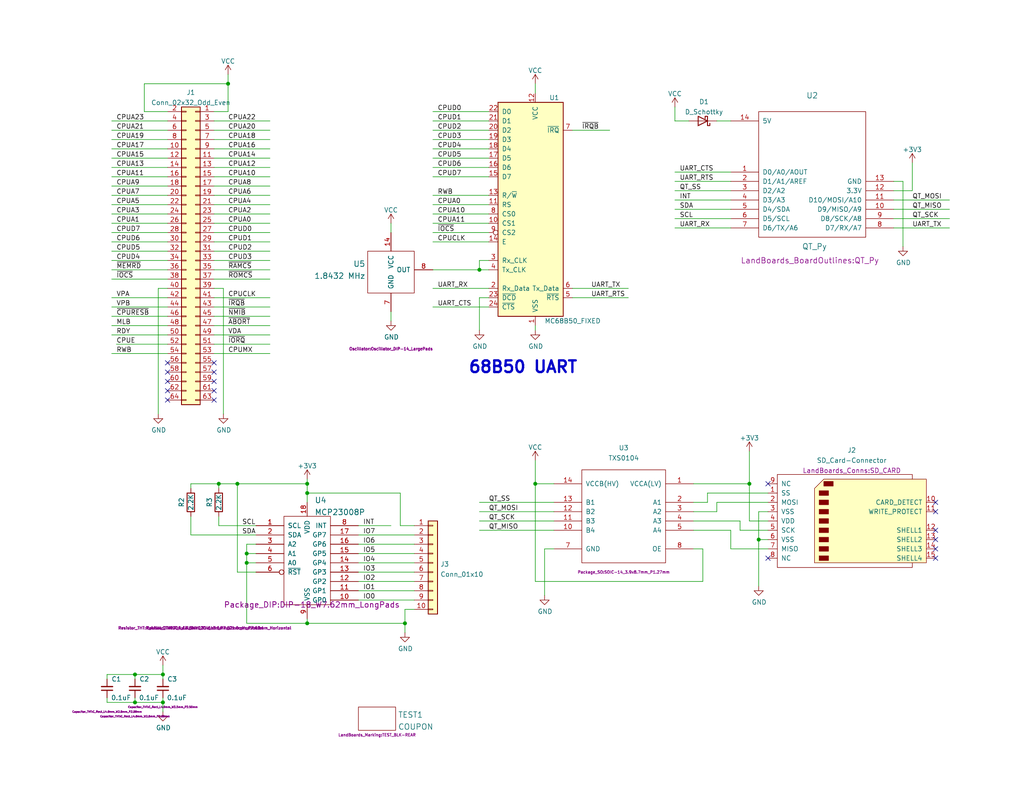
<source format=kicad_sch>
(kicad_sch (version 20230121) (generator eeschema)
  (paper "A")
  (title_block (title "LB-68B50-01") (date "2022-09-09") (rev "1") (company "Land Boards LLC"))
  (lib_symbols
    (symbol "Connector_Generic:Conn_01x10" (pin_names (offset 1.016) hide)
      (property "Reference" "J" (at 0 12.7 0))
      (property "Value" "Conn_01x10" (at 0 -15.24 0))
      (symbol "Conn_01x10_1_1"
        (rectangle (start -1.27 -12.573) (end 0 -12.827) (stroke (width 0.1524)))
        (rectangle (start -1.27 -10.033) (end 0 -10.287) (stroke (width 0.1524)))
        (rectangle (start -1.27 -7.493) (end 0 -7.747) (stroke (width 0.1524)))
        (rectangle (start -1.27 -4.953) (end 0 -5.207) (stroke (width 0.1524)))
        (rectangle (start -1.27 -2.413) (end 0 -2.667) (stroke (width 0.1524)))
        (rectangle (start -1.27 0.127) (end 0 -0.127) (stroke (width 0.1524)))
        (rectangle (start -1.27 2.667) (end 0 2.413) (stroke (width 0.1524)))
        (rectangle (start -1.27 5.207) (end 0 4.953) (stroke (width 0.1524)))
        (rectangle (start -1.27 7.747) (end 0 7.493) (stroke (width 0.1524)))
        (rectangle (start -1.27 10.287) (end 0 10.033) (stroke (width 0.1524)))
        (rectangle (start -1.27 11.43) (end 1.27 -13.97) (stroke (width 0.254)) (fill (type background)))
        (pin passive line (at -5.08 10.16 0) (length 3.81) (name "Pin_1") (number "1"))
        (pin passive line (at -5.08 -12.7 0) (length 3.81) (name "Pin_10") (number "10"))
        (pin passive line (at -5.08 7.62 0) (length 3.81) (name "Pin_2") (number "2"))
        (pin passive line (at -5.08 5.08 0) (length 3.81) (name "Pin_3") (number "3"))
        (pin passive line (at -5.08 2.54 0) (length 3.81) (name "Pin_4") (number "4"))
        (pin passive line (at -5.08 0 0) (length 3.81) (name "Pin_5") (number "5"))
        (pin passive line (at -5.08 -2.54 0) (length 3.81) (name "Pin_6") (number "6"))
        (pin passive line (at -5.08 -5.08 0) (length 3.81) (name "Pin_7") (number "7"))
        (pin passive line (at -5.08 -7.62 0) (length 3.81) (name "Pin_8") (number "8"))
        (pin passive line (at -5.08 -10.16 0) (length 3.81) (name "Pin_9") (number "9"))
      )
    )
    (symbol "Connector_Generic:Conn_02x32_Odd_Even" (pin_names (offset 1.016) hide)
      (property "Reference" "J" (at 1.27 40.64 0))
      (property "Value" "Conn_02x32_Odd_Even" (at 1.27 -43.18 0))
      (symbol "Conn_02x32_Odd_Even_1_1"
        (rectangle (start -1.27 -40.513) (end 0 -40.767) (stroke (width 0.1524)))
        (rectangle (start -1.27 -37.973) (end 0 -38.227) (stroke (width 0.1524)))
        (rectangle (start -1.27 -35.433) (end 0 -35.687) (stroke (width 0.1524)))
        (rectangle (start -1.27 -32.893) (end 0 -33.147) (stroke (width 0.1524)))
        (rectangle (start -1.27 -30.353) (end 0 -30.607) (stroke (width 0.1524)))
        (rectangle (start -1.27 -27.813) (end 0 -28.067) (stroke (width 0.1524)))
        (rectangle (start -1.27 -25.273) (end 0 -25.527) (stroke (width 0.1524)))
        (rectangle (start -1.27 -22.733) (end 0 -22.987) (stroke (width 0.1524)))
        (rectangle (start -1.27 -20.193) (end 0 -20.447) (stroke (width 0.1524)))
        (rectangle (start -1.27 -17.653) (end 0 -17.907) (stroke (width 0.1524)))
        (rectangle (start -1.27 -15.113) (end 0 -15.367) (stroke (width 0.1524)))
        (rectangle (start -1.27 -12.573) (end 0 -12.827) (stroke (width 0.1524)))
        (rectangle (start -1.27 -10.033) (end 0 -10.287) (stroke (width 0.1524)))
        (rectangle (start -1.27 -7.493) (end 0 -7.747) (stroke (width 0.1524)))
        (rectangle (start -1.27 -4.953) (end 0 -5.207) (stroke (width 0.1524)))
        (rectangle (start -1.27 -2.413) (end 0 -2.667) (stroke (width 0.1524)))
        (rectangle (start -1.27 0.127) (end 0 -0.127) (stroke (width 0.1524)))
        (rectangle (start -1.27 2.667) (end 0 2.413) (stroke (width 0.1524)))
        (rectangle (start -1.27 5.207) (end 0 4.953) (stroke (width 0.1524)))
        (rectangle (start -1.27 7.747) (end 0 7.493) (stroke (width 0.1524)))
        (rectangle (start -1.27 10.287) (end 0 10.033) (stroke (width 0.1524)))
        (rectangle (start -1.27 12.827) (end 0 12.573) (stroke (width 0.1524)))
        (rectangle (start -1.27 15.367) (end 0 15.113) (stroke (width 0.1524)))
        (rectangle (start -1.27 17.907) (end 0 17.653) (stroke (width 0.1524)))
        (rectangle (start -1.27 20.447) (end 0 20.193) (stroke (width 0.1524)))
        (rectangle (start -1.27 22.987) (end 0 22.733) (stroke (width 0.1524)))
        (rectangle (start -1.27 25.527) (end 0 25.273) (stroke (width 0.1524)))
        (rectangle (start -1.27 28.067) (end 0 27.813) (stroke (width 0.1524)))
        (rectangle (start -1.27 30.607) (end 0 30.353) (stroke (width 0.1524)))
        (rectangle (start -1.27 33.147) (end 0 32.893) (stroke (width 0.1524)))
        (rectangle (start -1.27 35.687) (end 0 35.433) (stroke (width 0.1524)))
        (rectangle (start -1.27 38.227) (end 0 37.973) (stroke (width 0.1524)))
        (rectangle (start -1.27 39.37) (end 3.81 -41.91) (stroke (width 0.254)) (fill (type background)))
        (rectangle (start 3.81 -40.513) (end 2.54 -40.767) (stroke (width 0.1524)))
        (rectangle (start 3.81 -37.973) (end 2.54 -38.227) (stroke (width 0.1524)))
        (rectangle (start 3.81 -35.433) (end 2.54 -35.687) (stroke (width 0.1524)))
        (rectangle (start 3.81 -32.893) (end 2.54 -33.147) (stroke (width 0.1524)))
        (rectangle (start 3.81 -30.353) (end 2.54 -30.607) (stroke (width 0.1524)))
        (rectangle (start 3.81 -27.813) (end 2.54 -28.067) (stroke (width 0.1524)))
        (rectangle (start 3.81 -25.273) (end 2.54 -25.527) (stroke (width 0.1524)))
        (rectangle (start 3.81 -22.733) (end 2.54 -22.987) (stroke (width 0.1524)))
        (rectangle (start 3.81 -20.193) (end 2.54 -20.447) (stroke (width 0.1524)))
        (rectangle (start 3.81 -17.653) (end 2.54 -17.907) (stroke (width 0.1524)))
        (rectangle (start 3.81 -15.113) (end 2.54 -15.367) (stroke (width 0.1524)))
        (rectangle (start 3.81 -12.573) (end 2.54 -12.827) (stroke (width 0.1524)))
        (rectangle (start 3.81 -10.033) (end 2.54 -10.287) (stroke (width 0.1524)))
        (rectangle (start 3.81 -7.493) (end 2.54 -7.747) (stroke (width 0.1524)))
        (rectangle (start 3.81 -4.953) (end 2.54 -5.207) (stroke (width 0.1524)))
        (rectangle (start 3.81 -2.413) (end 2.54 -2.667) (stroke (width 0.1524)))
        (rectangle (start 3.81 0.127) (end 2.54 -0.127) (stroke (width 0.1524)))
        (rectangle (start 3.81 2.667) (end 2.54 2.413) (stroke (width 0.1524)))
        (rectangle (start 3.81 5.207) (end 2.54 4.953) (stroke (width 0.1524)))
        (rectangle (start 3.81 7.747) (end 2.54 7.493) (stroke (width 0.1524)))
        (rectangle (start 3.81 10.287) (end 2.54 10.033) (stroke (width 0.1524)))
        (rectangle (start 3.81 12.827) (end 2.54 12.573) (stroke (width 0.1524)))
        (rectangle (start 3.81 15.367) (end 2.54 15.113) (stroke (width 0.1524)))
        (rectangle (start 3.81 17.907) (end 2.54 17.653) (stroke (width 0.1524)))
        (rectangle (start 3.81 20.447) (end 2.54 20.193) (stroke (width 0.1524)))
        (rectangle (start 3.81 22.987) (end 2.54 22.733) (stroke (width 0.1524)))
        (rectangle (start 3.81 25.527) (end 2.54 25.273) (stroke (width 0.1524)))
        (rectangle (start 3.81 28.067) (end 2.54 27.813) (stroke (width 0.1524)))
        (rectangle (start 3.81 30.607) (end 2.54 30.353) (stroke (width 0.1524)))
        (rectangle (start 3.81 33.147) (end 2.54 32.893) (stroke (width 0.1524)))
        (rectangle (start 3.81 35.687) (end 2.54 35.433) (stroke (width 0.1524)))
        (rectangle (start 3.81 38.227) (end 2.54 37.973) (stroke (width 0.1524)))
        (pin passive line (at -5.08 38.1 0) (length 3.81) (name "Pin_1") (number "1"))
        (pin passive line (at 7.62 27.94 180) (length 3.81) (name "Pin_10") (number "10"))
        (pin passive line (at -5.08 25.4 0) (length 3.81) (name "Pin_11") (number "11"))
        (pin passive line (at 7.62 25.4 180) (length 3.81) (name "Pin_12") (number "12"))
        (pin passive line (at -5.08 22.86 0) (length 3.81) (name "Pin_13") (number "13"))
        (pin passive line (at 7.62 22.86 180) (length 3.81) (name "Pin_14") (number "14"))
        (pin passive line (at -5.08 20.32 0) (length 3.81) (name "Pin_15") (number "15"))
        (pin passive line (at 7.62 20.32 180) (length 3.81) (name "Pin_16") (number "16"))
        (pin passive line (at -5.08 17.78 0) (length 3.81) (name "Pin_17") (number "17"))
        (pin passive line (at 7.62 17.78 180) (length 3.81) (name "Pin_18") (number "18"))
        (pin passive line (at -5.08 15.24 0) (length 3.81) (name "Pin_19") (number "19"))
        (pin passive line (at 7.62 38.1 180) (length 3.81) (name "Pin_2") (number "2"))
        (pin passive line (at 7.62 15.24 180) (length 3.81) (name "Pin_20") (number "20"))
        (pin passive line (at -5.08 12.7 0) (length 3.81) (name "Pin_21") (number "21"))
        (pin passive line (at 7.62 12.7 180) (length 3.81) (name "Pin_22") (number "22"))
        (pin passive line (at -5.08 10.16 0) (length 3.81) (name "Pin_23") (number "23"))
        (pin passive line (at 7.62 10.16 180) (length 3.81) (name "Pin_24") (number "24"))
        (pin passive line (at -5.08 7.62 0) (length 3.81) (name "Pin_25") (number "25"))
        (pin passive line (at 7.62 7.62 180) (length 3.81) (name "Pin_26") (number "26"))
        (pin passive line (at -5.08 5.08 0) (length 3.81) (name "Pin_27") (number "27"))
        (pin passive line (at 7.62 5.08 180) (length 3.81) (name "Pin_28") (number "28"))
        (pin passive line (at -5.08 2.54 0) (length 3.81) (name "Pin_29") (number "29"))
        (pin passive line (at -5.08 35.56 0) (length 3.81) (name "Pin_3") (number "3"))
        (pin passive line (at 7.62 2.54 180) (length 3.81) (name "Pin_30") (number "30"))
        (pin passive line (at -5.08 0 0) (length 3.81) (name "Pin_31") (number "31"))
        (pin passive line (at 7.62 0 180) (length 3.81) (name "Pin_32") (number "32"))
        (pin passive line (at -5.08 -2.54 0) (length 3.81) (name "Pin_33") (number "33"))
        (pin passive line (at 7.62 -2.54 180) (length 3.81) (name "Pin_34") (number "34"))
        (pin passive line (at -5.08 -5.08 0) (length 3.81) (name "Pin_35") (number "35"))
        (pin passive line (at 7.62 -5.08 180) (length 3.81) (name "Pin_36") (number "36"))
        (pin passive line (at -5.08 -7.62 0) (length 3.81) (name "Pin_37") (number "37"))
        (pin passive line (at 7.62 -7.62 180) (length 3.81) (name "Pin_38") (number "38"))
        (pin passive line (at -5.08 -10.16 0) (length 3.81) (name "Pin_39") (number "39"))
        (pin passive line (at 7.62 35.56 180) (length 3.81) (name "Pin_4") (number "4"))
        (pin passive line (at 7.62 -10.16 180) (length 3.81) (name "Pin_40") (number "40"))
        (pin passive line (at -5.08 -12.7 0) (length 3.81) (name "Pin_41") (number "41"))
        (pin passive line (at 7.62 -12.7 180) (length 3.81) (name "Pin_42") (number "42"))
        (pin passive line (at -5.08 -15.24 0) (length 3.81) (name "Pin_43") (number "43"))
        (pin passive line (at 7.62 -15.24 180) (length 3.81) (name "Pin_44") (number "44"))
        (pin passive line (at -5.08 -17.78 0) (length 3.81) (name "Pin_45") (number "45"))
        (pin passive line (at 7.62 -17.78 180) (length 3.81) (name "Pin_46") (number "46"))
        (pin passive line (at -5.08 -20.32 0) (length 3.81) (name "Pin_47") (number "47"))
        (pin passive line (at 7.62 -20.32 180) (length 3.81) (name "Pin_48") (number "48"))
        (pin passive line (at -5.08 -22.86 0) (length 3.81) (name "Pin_49") (number "49"))
        (pin passive line (at -5.08 33.02 0) (length 3.81) (name "Pin_5") (number "5"))
        (pin passive line (at 7.62 -22.86 180) (length 3.81) (name "Pin_50") (number "50"))
        (pin passive line (at -5.08 -25.4 0) (length 3.81) (name "Pin_51") (number "51"))
        (pin passive line (at 7.62 -25.4 180) (length 3.81) (name "Pin_52") (number "52"))
        (pin passive line (at -5.08 -27.94 0) (length 3.81) (name "Pin_53") (number "53"))
        (pin passive line (at 7.62 -27.94 180) (length 3.81) (name "Pin_54") (number "54"))
        (pin passive line (at -5.08 -30.48 0) (length 3.81) (name "Pin_55") (number "55"))
        (pin passive line (at 7.62 -30.48 180) (length 3.81) (name "Pin_56") (number "56"))
        (pin passive line (at -5.08 -33.02 0) (length 3.81) (name "Pin_57") (number "57"))
        (pin passive line (at 7.62 -33.02 180) (length 3.81) (name "Pin_58") (number "58"))
        (pin passive line (at -5.08 -35.56 0) (length 3.81) (name "Pin_59") (number "59"))
        (pin passive line (at 7.62 33.02 180) (length 3.81) (name "Pin_6") (number "6"))
        (pin passive line (at 7.62 -35.56 180) (length 3.81) (name "Pin_60") (number "60"))
        (pin passive line (at -5.08 -38.1 0) (length 3.81) (name "Pin_61") (number "61"))
        (pin passive line (at 7.62 -38.1 180) (length 3.81) (name "Pin_62") (number "62"))
        (pin passive line (at -5.08 -40.64 0) (length 3.81) (name "Pin_63") (number "63"))
        (pin passive line (at 7.62 -40.64 180) (length 3.81) (name "Pin_64") (number "64"))
        (pin passive line (at -5.08 30.48 0) (length 3.81) (name "Pin_7") (number "7"))
        (pin passive line (at 7.62 30.48 180) (length 3.81) (name "Pin_8") (number "8"))
        (pin passive line (at -5.08 27.94 0) (length 3.81) (name "Pin_9") (number "9"))
      )
    )
    (symbol "Device:C_Small" (pin_numbers hide) (pin_names (offset 0.254) hide)
      (property "Reference" "C" (at 0.254 1.778 0))
      (property "Value" "C_Small" (at 0.254 -2.032 0))
      (symbol "C_Small_0_1"
        (polyline (pts (xy -1.524 -0.508) (xy 1.524 -0.508)) (stroke (width 0.3302)))
        (polyline (pts (xy -1.524 0.508) (xy 1.524 0.508)) (stroke (width 0.3048)))
      )
      (symbol "C_Small_1_1"
        (pin passive line (at 0 2.54 270) (length 2.032) (name "~") (number "1"))
        (pin passive line (at 0 -2.54 90) (length 2.032) (name "~") (number "2"))
      )
    )
    (symbol "Device:D_Schottky" (pin_numbers hide) (pin_names (offset 1.016) hide)
      (property "Reference" "D" (at 0 2.54 0))
      (property "Value" "D_Schottky" (at 0 -2.54 0))
      (symbol "D_Schottky_0_1"
        (polyline (pts (xy 1.27 0) (xy -1.27 0)))
        (polyline (pts (xy 1.27 1.27) (xy 1.27 -1.27) (xy -1.27 0) (xy 1.27 1.27)) (stroke (width 0.254)))
        (polyline (pts (xy -1.905 0.635) (xy -1.905 1.27) (xy -1.27 1.27) (xy -1.27 -1.27) (xy -0.635 -1.27) (xy -0.635 -0.635)) (stroke (width 0.254)))
      )
      (symbol "D_Schottky_1_1"
        (pin passive line (at -3.81 0 0) (length 2.54) (name "K") (number "1"))
        (pin passive line (at 3.81 0 180) (length 2.54) (name "A") (number "2"))
      )
    )
    (symbol "Device:R" (pin_numbers hide) (pin_names (offset 0))
      (property "Reference" "R" (at 2.032 0 90))
      (property "Value" "R" (at 0 0 90))
      (symbol "R_0_1"
        (rectangle (start -1.016 -2.54) (end 1.016 2.54) (stroke (width 0.254)))
      )
      (symbol "R_1_1"
        (pin passive line (at 0 3.81 270) (length 1.27) (name "~") (number "1"))
        (pin passive line (at 0 -3.81 90) (length 1.27) (name "~") (number "2"))
      )
    )
    (symbol "LandBoards:COUPON" (pin_names (offset 1.016))
      (property "Reference" "COUP?" (at 0 0 0))
      (property "Value" "COUPON" (at 0 0 0))
      (symbol "COUPON_0_1"
        (rectangle (start -5.08 0) (end 5.08 6.35))
      )
    )
    (symbol "LandBoards_Cards:QT_Py" (pin_names (offset 1.016))
      (property "Reference" "BRD" (at 0 25.4 0))
      (property "Value" "QT_Py" (at 0 -11.43 0))
      (symbol "QT_Py_0_0"
        (rectangle (start -15.24 24.13) (end 13.97 -10.16))
      )
      (symbol "QT_Py_1_1"
        (pin bidirectional line (at -22.86 7.62 0) (length 7.62) (name "D0/A0/AOUT") (number "1"))
        (pin bidirectional line (at 21.59 -2.54 180) (length 7.62) (name "D9/MISO/A9") (number "10"))
        (pin bidirectional line (at 21.59 0 180) (length 7.62) (name "D10/MOSI/A10") (number "11"))
        (pin power_out line (at 21.59 2.54 180) (length 7.62) (name "3.3V") (number "12"))
        (pin power_in line (at 21.59 5.08 180) (length 7.62) (name "GND") (number "13"))
        (pin power_in line (at -22.86 21.59 0) (length 7.62) (name "5V") (number "14"))
        (pin bidirectional line (at -22.86 5.08 0) (length 7.62) (name "D1/A1/AREF") (number "2"))
        (pin bidirectional line (at -22.86 2.54 0) (length 7.62) (name "D2/A2") (number "3"))
        (pin bidirectional line (at -22.86 0 0) (length 7.62) (name "D3/A3") (number "4"))
        (pin bidirectional line (at -22.86 -2.54 0) (length 7.62) (name "D4/SDA") (number "5"))
        (pin bidirectional line (at -22.86 -5.08 0) (length 7.62) (name "D5/SCL") (number "6"))
        (pin bidirectional line (at -22.86 -7.62 0) (length 7.62) (name "D6/TX/A6") (number "7"))
        (pin bidirectional line (at 21.59 -7.62 180) (length 7.62) (name "D7/RX/A7") (number "8"))
        (pin bidirectional line (at 21.59 -5.08 180) (length 7.62) (name "D8/SCK/A8") (number "9"))
      )
    )
    (symbol "LandBoards_Conns:SD_Card-Connector" (pin_names (offset 1.016))
      (property "Reference" "J3" (at 0 13.97 0))
      (property "Value" "SD_Card-Connector" (at 0 -13.97 0))
      (property "Footprint" "LandBoards_Conns:SD_CARD" (at 0 -16.51 0))
      (symbol "SD_Card-Connector_0_1"
        (rectangle (start -8.89 -9.525) (end -6.35 -10.795) (fill (type outline)))
        (rectangle (start -8.89 -6.985) (end -6.35 -8.255) (fill (type outline)))
        (rectangle (start -8.89 -4.445) (end -6.35 -5.715) (fill (type outline)))
        (rectangle (start -8.89 -1.905) (end -6.35 -3.175) (fill (type outline)))
        (rectangle (start -8.89 0.635) (end -6.35 -0.635) (fill (type outline)))
        (rectangle (start -8.89 3.175) (end -6.35 1.905) (fill (type outline)))
        (rectangle (start -8.89 5.715) (end -6.35 4.445) (fill (type outline)))
        (rectangle (start -8.89 8.255) (end -6.35 6.985) (fill (type outline)))
        (rectangle (start -7.62 10.795) (end -5.08 9.525) (fill (type outline)))
        (polyline (pts (xy -10.16 8.89) (xy -7.62 11.43) (xy 20.32 11.43) (xy 20.32 -11.43) (xy -10.16 -11.43) (xy -10.16 8.89)) (fill (type background)))
        (polyline (pts (xy 16.51 11.43) (xy 16.51 12.7) (xy -20.32 12.7) (xy -20.32 -12.7) (xy 16.51 -12.7) (xy 16.51 -11.43)))
      )
      (symbol "SD_Card-Connector_1_1"
        (pin input line (at -22.86 7.62 0) (length 2.54) (name "SS") (number "1"))
        (pin input line (at 22.86 5.08 180) (length 2.54) (name "CARD_DETECT") (number "10"))
        (pin input line (at 22.86 2.54 180) (length 2.54) (name "WRITE_PROTECT") (number "11"))
        (pin input line (at 22.86 -2.54 180) (length 2.54) (name "SHELL1") (number "12"))
        (pin input line (at 22.86 -5.08 180) (length 2.54) (name "SHELL2") (number "13"))
        (pin input line (at 22.86 -7.62 180) (length 2.54) (name "SHELL3") (number "14"))
        (pin input line (at 22.86 -10.16 180) (length 2.54) (name "SHELL4") (number "15"))
        (pin input line (at -22.86 5.08 0) (length 2.54) (name "MOSI") (number "2"))
        (pin power_in line (at -22.86 2.54 0) (length 2.54) (name "VSS") (number "3"))
        (pin power_in line (at -22.86 0 0) (length 2.54) (name "VDD") (number "4"))
        (pin input line (at -22.86 -2.54 0) (length 2.54) (name "SCK") (number "5"))
        (pin power_in line (at -22.86 -5.08 0) (length 2.54) (name "VSS") (number "6"))
        (pin input line (at -22.86 -7.62 0) (length 2.54) (name "MISO") (number "7"))
        (pin input line (at -22.86 -10.16 0) (length 2.54) (name "NC") (number "8"))
        (pin input line (at -22.86 10.16 0) (length 2.54) (name "NC") (number "9"))
      )
    )
    (symbol "LandBoards_Semis:MC68B50_FIXED" (pin_names (offset 1.016))
      (property "Reference" "U" (at 5.08 31.75 0))
      (property "Value" "MC68B50_FIXED" (at 16.51 -30.48 0))
      (symbol "MC68B50_FIXED_1_1"
        (rectangle (start -10.16 -27.94) (end 7.62 30.48) (stroke (width 0.254)) (fill (type background)))
        (pin power_in line (at 0 -30.48 90) (length 2.54) (name "VSS") (number "1"))
        (pin input line (at -12.7 -2.54 0) (length 2.54) (name "CS1") (number "10"))
        (pin input line (at -12.7 2.54 0) (length 2.54) (name "RS") (number "11"))
        (pin power_in line (at 0 33.02 270) (length 2.54) (name "VCC") (number "12"))
        (pin input line (at -12.7 5.08 0) (length 2.54) (name "R/~{W}") (number "13"))
        (pin input line (at -12.7 -7.62 0) (length 2.54) (name "E") (number "14"))
        (pin bidirectional line (at -12.7 10.16 0) (length 2.54) (name "D7") (number "15"))
        (pin bidirectional line (at -12.7 12.7 0) (length 2.54) (name "D6") (number "16"))
        (pin bidirectional line (at -12.7 15.24 0) (length 2.54) (name "D5") (number "17"))
        (pin bidirectional line (at -12.7 17.78 0) (length 2.54) (name "D4") (number "18"))
        (pin bidirectional line (at -12.7 20.32 0) (length 2.54) (name "D3") (number "19"))
        (pin input line (at -12.7 -20.32 0) (length 2.54) (name "Rx_Data") (number "2"))
        (pin bidirectional line (at -12.7 22.86 0) (length 2.54) (name "D2") (number "20"))
        (pin bidirectional line (at -12.7 25.4 0) (length 2.54) (name "D1") (number "21"))
        (pin bidirectional line (at -12.7 27.94 0) (length 2.54) (name "D0") (number "22"))
        (pin input line (at -12.7 -22.86 0) (length 2.54) (name "~{DCD}") (number "23"))
        (pin input line (at -12.7 -25.4 0) (length 2.54) (name "~{CTS}") (number "24"))
        (pin input line (at -12.7 -12.7 0) (length 2.54) (name "Rx_CLK") (number "3"))
        (pin input line (at -12.7 -15.24 0) (length 2.54) (name "Tx_CLK") (number "4"))
        (pin output line (at 10.16 -22.86 180) (length 2.54) (name "~{RTS}") (number "5"))
        (pin output line (at 10.16 -20.32 180) (length 2.54) (name "Tx_Data") (number "6"))
        (pin output line (at 10.16 22.86 180) (length 2.54) (name "~{IRQ}") (number "7"))
        (pin input line (at -12.7 0 0) (length 2.54) (name "CS0") (number "8"))
        (pin input inverted (at -12.7 -5.08 0) (length 2.54) (name "CS2") (number "9"))
      )
    )
    (symbol "LandBoards_Semis:MCP23008P" (pin_names (offset 1.016))
      (property "Reference" "U" (at 7.62 25.4 0))
      (property "Value" "MCP23008P" (at 11.43 -1.27 0))
      (symbol "MCP23008P_0_1"
        (rectangle (start -7.62 0) (end 5.08 24.13))
      )
      (symbol "MCP23008P_1_1"
        (pin input line (at -15.24 21.59 0) (length 7.62) (name "SCL") (number "1"))
        (pin output line (at 12.7 1.27 180) (length 7.62) (name "GP0") (number "10"))
        (pin output line (at 12.7 3.81 180) (length 7.62) (name "GP1") (number "11"))
        (pin output line (at 12.7 6.35 180) (length 7.62) (name "GP2") (number "12"))
        (pin output line (at 12.7 8.89 180) (length 7.62) (name "GP3") (number "13"))
        (pin output line (at 12.7 11.43 180) (length 7.62) (name "GP4") (number "14"))
        (pin output line (at 12.7 13.97 180) (length 7.62) (name "GP5") (number "15"))
        (pin output line (at 12.7 16.51 180) (length 7.62) (name "GP6") (number "16"))
        (pin bidirectional line (at 12.7 19.05 180) (length 7.62) (name "GP7") (number "17"))
        (pin power_in line (at -1.27 27.94 270) (length 3.81) (name "VDD") (number "18"))
        (pin input line (at -15.24 19.05 0) (length 7.62) (name "SDA") (number "2"))
        (pin input line (at -15.24 16.51 0) (length 7.62) (name "A2") (number "3"))
        (pin input line (at -15.24 13.97 0) (length 7.62) (name "A1") (number "4"))
        (pin input line (at -15.24 11.43 0) (length 7.62) (name "A0") (number "5"))
        (pin input inverted (at -15.24 8.89 0) (length 7.62) (name "~{RST}") (number "6"))
        (pin output line (at 12.7 21.59 180) (length 7.62) (name "INT") (number "8"))
        (pin power_in line (at -1.27 -3.81 90) (length 3.81) (name "VSS") (number "9"))
      )
    )
    (symbol "LandBoards_Semis:OSC" (pin_names (offset 1.016))
      (property "Reference" "U" (at 3.81 6.35 0))
      (property "Value" "OSC" (at 5.08 -7.62 0))
      (symbol "OSC_0_1"
        (rectangle (start 6.35 -6.35) (end -6.35 5.08))
      )
      (symbol "OSC_1_1"
        (pin power_in line (at 0 10.16 270) (length 5.08) (name "VCC") (number "14"))
        (pin power_in line (at 0 -11.43 90) (length 5.08) (name "GND") (number "7"))
        (pin output line (at 11.43 0 180) (length 5.08) (name "OUT") (number "8"))
      )
    )
    (symbol "LandBoards_Semis:TXS0104" (pin_names (offset 1.016))
      (property "Reference" "U" (at -2.54 13.97 0))
      (property "Value" "TXS0104" (at -1.27 -13.97 0))
      (symbol "TXS0104_1_0"
        (rectangle (start -11.43 -12.7) (end 11.43 12.7))
      )
      (symbol "TXS0104_1_1"
        (pin passive line (at -19.05 8.89 0) (length 7.62) (name "VCCA(LV)") (number "1"))
        (pin bidirectional line (at 19.05 -3.81 180) (length 7.62) (name "B4") (number "10"))
        (pin bidirectional line (at 19.05 -1.27 180) (length 7.62) (name "B3") (number "11"))
        (pin bidirectional line (at 19.05 1.27 180) (length 7.62) (name "B2") (number "12"))
        (pin bidirectional line (at 19.05 3.81 180) (length 7.62) (name "B1") (number "13"))
        (pin passive line (at 19.05 8.89 180) (length 7.62) (name "VCCB(HV)") (number "14"))
        (pin bidirectional line (at -19.05 3.81 0) (length 7.62) (name "A1") (number "2"))
        (pin bidirectional line (at -19.05 1.27 0) (length 7.62) (name "A2") (number "3"))
        (pin bidirectional line (at -19.05 -1.27 0) (length 7.62) (name "A3") (number "4"))
        (pin bidirectional line (at -19.05 -3.81 0) (length 7.62) (name "A4") (number "5"))
        (pin passive line (at 19.05 -8.89 180) (length 7.62) (name "GND") (number "7"))
        (pin input line (at -19.05 -8.89 0) (length 7.62) (name "OE") (number "8"))
      )
    )
    (symbol "power:+3.3V" (power) (pin_names (offset 0))
      (property "Value" "+3.3V" (at 0 3.556 0))
      (symbol "+3.3V_0_1"
        (polyline (pts (xy -0.762 1.27) (xy 0 2.54)))
        (polyline (pts (xy 0 0) (xy 0 2.54)))
        (polyline (pts (xy 0 2.54) (xy 0.762 1.27)))
      )
      (symbol "+3.3V_1_1"
        (pin power_in line (at 0 0 90) (length 0) hide (name "+3V3") (number "1"))
      )
    )
    (symbol "power:GND" (power) (pin_names (offset 0))
      (property "Value" "GND" (at 0 -3.81 0))
      (symbol "GND_0_1"
        (polyline (pts (xy 0 0) (xy 0 -1.27) (xy 1.27 -1.27) (xy 0 -2.54) (xy -1.27 -1.27) (xy 0 -1.27)))
      )
      (symbol "GND_1_1"
        (pin power_in line (at 0 0 270) (length 0) hide (name "GND") (number "1"))
      )
    )
    (symbol "power:VCC" (power) (pin_names (offset 0))
      (property "Value" "VCC" (at 0 3.81 0))
      (symbol "VCC_0_1"
        (polyline (pts (xy -0.762 1.27) (xy 0 2.54)))
        (polyline (pts (xy 0 0) (xy 0 2.54)))
        (polyline (pts (xy 0 2.54) (xy 0.762 1.27)))
      )
      (symbol "VCC_1_1"
        (pin power_in line (at 0 0 90) (length 0) hide (name "VCC") (number "1"))
      )
    )
  )
  (junction (at 59.69 132.08))
  (junction (at 44.45 191.77))
  (junction (at 67.31 153.67))
  (junction (at 83.82 134.62))
  (junction (at 146.05 132.08))
  (junction (at 64.77 132.08))
  (junction (at 44.45 184.15))
  (junction (at 204.47 132.08))
  (junction (at 207.01 147.32))
  (junction (at 67.31 151.13))
  (junction (at 83.82 132.08))
  (junction (at 36.83 184.15))
  (junction (at 130.81 73.66))
  (junction (at 36.83 191.77))
  (junction (at 110.49 170.18))
  (junction (at 62.23 22.86))
  (junction (at 83.82 170.18))
  (no_connect (at 209.55 152.4))
  (no_connect (at 209.55 132.08))
  (no_connect (at 255.27 137.16))
  (no_connect (at 255.27 152.4))
  (no_connect (at 255.27 149.86))
  (no_connect (at 255.27 147.32))
  (no_connect (at 255.27 144.78))
  (no_connect (at 255.27 139.7))
  (no_connect (at 58.42 99.06))
  (no_connect (at 45.72 99.06))
  (no_connect (at 58.42 104.14))
  (no_connect (at 58.42 101.6))
  (no_connect (at 45.72 109.22))
  (no_connect (at 58.42 109.22))
  (no_connect (at 45.72 101.6))
  (no_connect (at 45.72 104.14))
  (no_connect (at 45.72 106.68))
  (no_connect (at 58.42 106.68))
  (wire (pts (xy 43.18 78.74) (xy 43.18 113.03)))
  (wire (pts (xy 193.04 134.62) (xy 193.04 137.16)))
  (wire (pts (xy 69.85 146.05) (xy 52.07 146.05)))
  (wire (pts (xy 113.03 146.05) (xy 97.79 146.05)))
  (wire (pts (xy 30.48 86.36) (xy 45.72 86.36)))
  (wire (pts (xy 58.42 38.1) (xy 73.66 38.1)))
  (wire (pts (xy 30.48 63.5) (xy 45.72 63.5)))
  (wire (pts (xy 209.55 139.7) (xy 207.01 139.7)))
  (wire (pts (xy 118.11 60.96) (xy 133.35 60.96)))
  (wire (pts (xy 146.05 125.73) (xy 146.05 132.08)))
  (wire (pts (xy 44.45 185.42) (xy 44.45 184.15)))
  (wire (pts (xy 58.42 40.64) (xy 73.66 40.64)))
  (wire (pts (xy 118.11 45.72) (xy 133.35 45.72)))
  (wire (pts (xy 130.81 71.12) (xy 133.35 71.12)))
  (wire (pts (xy 195.58 137.16) (xy 209.55 137.16)))
  (wire (pts (xy 62.23 30.48) (xy 62.23 22.86)))
  (wire (pts (xy 195.58 33.02) (xy 199.39 33.02)))
  (wire (pts (xy 83.82 134.62) (xy 109.22 134.62)))
  (wire (pts (xy 58.42 55.88) (xy 73.66 55.88)))
  (wire (pts (xy 189.23 132.08) (xy 204.47 132.08)))
  (wire (pts (xy 118.11 58.42) (xy 133.35 58.42)))
  (wire (pts (xy 62.23 22.86) (xy 39.37 22.86)))
  (wire (pts (xy 156.21 81.28) (xy 171.45 81.28)))
  (wire (pts (xy 67.31 151.13) (xy 67.31 153.67)))
  (wire (pts (xy 243.84 54.61) (xy 259.08 54.61)))
  (wire (pts (xy 44.45 190.5) (xy 44.45 191.77)))
  (wire (pts (xy 243.84 59.69) (xy 259.08 59.69)))
  (wire (pts (xy 207.01 147.32) (xy 207.01 160.02)))
  (wire (pts (xy 130.81 139.7) (xy 151.13 139.7)))
  (wire (pts (xy 184.15 57.15) (xy 199.39 57.15)))
  (wire (pts (xy 58.42 60.96) (xy 73.66 60.96)))
  (wire (pts (xy 58.42 43.18) (xy 73.66 43.18)))
  (wire (pts (xy 43.18 78.74) (xy 45.72 78.74)))
  (wire (pts (xy 67.31 151.13) (xy 69.85 151.13)))
  (wire (pts (xy 30.48 50.8) (xy 45.72 50.8)))
  (wire (pts (xy 97.79 143.51) (xy 106.68 143.51)))
  (wire (pts (xy 58.42 30.48) (xy 62.23 30.48)))
  (wire (pts (xy 113.03 156.21) (xy 97.79 156.21)))
  (wire (pts (xy 184.15 46.99) (xy 199.39 46.99)))
  (wire (pts (xy 146.05 132.08) (xy 151.13 132.08)))
  (wire (pts (xy 189.23 139.7) (xy 195.58 139.7)))
  (wire (pts (xy 184.15 29.21) (xy 184.15 33.02)))
  (wire (pts (xy 130.81 142.24) (xy 151.13 142.24)))
  (wire (pts (xy 130.81 73.66) (xy 130.81 71.12)))
  (wire (pts (xy 191.77 158.75) (xy 146.05 158.75)))
  (wire (pts (xy 118.11 63.5) (xy 133.35 63.5)))
  (wire (pts (xy 30.48 66.04) (xy 45.72 66.04)))
  (wire (pts (xy 30.48 48.26) (xy 45.72 48.26)))
  (wire (pts (xy 209.55 144.78) (xy 201.93 144.78)))
  (wire (pts (xy 83.82 134.62) (xy 83.82 137.16)))
  (wire (pts (xy 36.83 190.5) (xy 36.83 191.77)))
  (wire (pts (xy 69.85 148.59) (xy 67.31 148.59)))
  (wire (pts (xy 130.81 144.78) (xy 151.13 144.78)))
  (wire (pts (xy 207.01 147.32) (xy 209.55 147.32)))
  (wire (pts (xy 58.42 88.9) (xy 73.66 88.9)))
  (wire (pts (xy 204.47 142.24) (xy 209.55 142.24)))
  (wire (pts (xy 184.15 59.69) (xy 199.39 59.69)))
  (wire (pts (xy 30.48 60.96) (xy 45.72 60.96)))
  (wire (pts (xy 30.48 40.64) (xy 45.72 40.64)))
  (wire (pts (xy 201.93 142.24) (xy 189.23 142.24)))
  (wire (pts (xy 58.42 91.44) (xy 73.66 91.44)))
  (wire (pts (xy 58.42 48.26) (xy 73.66 48.26)))
  (wire (pts (xy 62.23 22.86) (xy 62.23 20.32)))
  (wire (pts (xy 39.37 30.48) (xy 45.72 30.48)))
  (wire (pts (xy 58.42 66.04) (xy 73.66 66.04)))
  (wire (pts (xy 118.11 66.04) (xy 133.35 66.04)))
  (wire (pts (xy 58.42 63.5) (xy 73.66 63.5)))
  (wire (pts (xy 30.48 53.34) (xy 45.72 53.34)))
  (wire (pts (xy 106.68 60.96) (xy 106.68 63.5)))
  (wire (pts (xy 195.58 139.7) (xy 195.58 137.16)))
  (wire (pts (xy 83.82 170.18) (xy 83.82 168.91)))
  (wire (pts (xy 113.03 158.75) (xy 97.79 158.75)))
  (wire (pts (xy 29.21 184.15) (xy 36.83 184.15)))
  (wire (pts (xy 64.77 132.08) (xy 83.82 132.08)))
  (wire (pts (xy 58.42 73.66) (xy 73.66 73.66)))
  (wire (pts (xy 204.47 132.08) (xy 204.47 142.24)))
  (wire (pts (xy 146.05 158.75) (xy 146.05 132.08)))
  (wire (pts (xy 248.92 52.07) (xy 248.92 44.45)))
  (wire (pts (xy 58.42 33.02) (xy 73.66 33.02)))
  (wire (pts (xy 187.96 33.02) (xy 184.15 33.02)))
  (wire (pts (xy 207.01 139.7) (xy 207.01 147.32)))
  (wire (pts (xy 58.42 53.34) (xy 73.66 53.34)))
  (wire (pts (xy 60.96 78.74) (xy 60.96 113.03)))
  (wire (pts (xy 113.03 153.67) (xy 97.79 153.67)))
  (wire (pts (xy 243.84 52.07) (xy 248.92 52.07)))
  (wire (pts (xy 156.21 35.56) (xy 166.37 35.56)))
  (wire (pts (xy 67.31 148.59) (xy 67.31 151.13)))
  (wire (pts (xy 30.48 35.56) (xy 45.72 35.56)))
  (wire (pts (xy 199.39 144.78) (xy 189.23 144.78)))
  (wire (pts (xy 69.85 156.21) (xy 64.77 156.21)))
  (wire (pts (xy 191.77 149.86) (xy 191.77 158.75)))
  (wire (pts (xy 110.49 166.37) (xy 113.03 166.37)))
  (wire (pts (xy 30.48 58.42) (xy 45.72 58.42)))
  (wire (pts (xy 118.11 43.18) (xy 133.35 43.18)))
  (wire (pts (xy 118.11 35.56) (xy 133.35 35.56)))
  (wire (pts (xy 30.48 68.58) (xy 45.72 68.58)))
  (wire (pts (xy 110.49 170.18) (xy 110.49 166.37)))
  (wire (pts (xy 118.11 33.02) (xy 133.35 33.02)))
  (wire (pts (xy 184.15 52.07) (xy 199.39 52.07)))
  (wire (pts (xy 58.42 78.74) (xy 60.96 78.74)))
  (wire (pts (xy 130.81 73.66) (xy 133.35 73.66)))
  (wire (pts (xy 118.11 55.88) (xy 133.35 55.88)))
  (wire (pts (xy 146.05 88.9) (xy 146.05 90.17)))
  (wire (pts (xy 31.75 93.98) (xy 45.72 93.98)))
  (wire (pts (xy 30.48 71.12) (xy 45.72 71.12)))
  (wire (pts (xy 118.11 53.34) (xy 133.35 53.34)))
  (wire (pts (xy 83.82 130.81) (xy 83.82 132.08)))
  (wire (pts (xy 58.42 45.72) (xy 73.66 45.72)))
  (wire (pts (xy 109.22 143.51) (xy 113.03 143.51)))
  (wire (pts (xy 44.45 191.77) (xy 44.45 194.31)))
  (wire (pts (xy 204.47 123.19) (xy 204.47 132.08)))
  (wire (pts (xy 113.03 163.83) (xy 97.79 163.83)))
  (wire (pts (xy 30.48 83.82) (xy 45.72 83.82)))
  (wire (pts (xy 243.84 62.23) (xy 259.08 62.23)))
  (wire (pts (xy 201.93 144.78) (xy 201.93 142.24)))
  (wire (pts (xy 29.21 191.77) (xy 29.21 190.5)))
  (wire (pts (xy 246.38 49.53) (xy 246.38 67.31)))
  (wire (pts (xy 58.42 50.8) (xy 73.66 50.8)))
  (wire (pts (xy 36.83 185.42) (xy 36.83 184.15)))
  (wire (pts (xy 30.48 33.02) (xy 45.72 33.02)))
  (wire (pts (xy 151.13 149.86) (xy 148.59 149.86)))
  (wire (pts (xy 30.48 81.28) (xy 45.72 81.28)))
  (wire (pts (xy 30.48 38.1) (xy 45.72 38.1)))
  (wire (pts (xy 39.37 22.86) (xy 39.37 30.48)))
  (wire (pts (xy 110.49 170.18) (xy 110.49 172.72)))
  (wire (pts (xy 209.55 149.86) (xy 199.39 149.86)))
  (wire (pts (xy 52.07 146.05) (xy 52.07 140.97)))
  (wire (pts (xy 58.42 86.36) (xy 73.66 86.36)))
  (wire (pts (xy 209.55 134.62) (xy 193.04 134.62)))
  (wire (pts (xy 67.31 153.67) (xy 69.85 153.67)))
  (wire (pts (xy 58.42 68.58) (xy 73.66 68.58)))
  (wire (pts (xy 113.03 148.59) (xy 97.79 148.59)))
  (wire (pts (xy 36.83 184.15) (xy 44.45 184.15)))
  (wire (pts (xy 52.07 133.35) (xy 52.07 132.08)))
  (wire (pts (xy 118.11 40.64) (xy 133.35 40.64)))
  (wire (pts (xy 156.21 78.74) (xy 171.45 78.74)))
  (wire (pts (xy 110.49 170.18) (xy 83.82 170.18)))
  (wire (pts (xy 36.83 191.77) (xy 29.21 191.77)))
  (wire (pts (xy 118.11 73.66) (xy 130.81 73.66)))
  (wire (pts (xy 58.42 96.52) (xy 73.66 96.52)))
  (wire (pts (xy 58.42 83.82) (xy 73.66 83.82)))
  (wire (pts (xy 58.42 93.98) (xy 73.66 93.98)))
  (wire (pts (xy 30.48 91.44) (xy 45.72 91.44)))
  (wire (pts (xy 243.84 49.53) (xy 246.38 49.53)))
  (wire (pts (xy 106.68 87.63) (xy 106.68 85.09)))
  (wire (pts (xy 184.15 62.23) (xy 199.39 62.23)))
  (wire (pts (xy 58.42 81.28) (xy 73.66 81.28)))
  (wire (pts (xy 83.82 132.08) (xy 83.82 134.62)))
  (wire (pts (xy 146.05 22.86) (xy 146.05 25.4)))
  (wire (pts (xy 118.11 78.74) (xy 133.35 78.74)))
  (wire (pts (xy 44.45 181.61) (xy 44.45 184.15)))
  (wire (pts (xy 243.84 57.15) (xy 259.08 57.15)))
  (wire (pts (xy 30.48 45.72) (xy 45.72 45.72)))
  (wire (pts (xy 52.07 132.08) (xy 59.69 132.08)))
  (wire (pts (xy 59.69 132.08) (xy 59.69 133.35)))
  (wire (pts (xy 58.42 76.2) (xy 73.66 76.2)))
  (wire (pts (xy 130.81 81.28) (xy 130.81 90.17)))
  (wire (pts (xy 184.15 54.61) (xy 199.39 54.61)))
  (wire (pts (xy 130.81 137.16) (xy 151.13 137.16)))
  (wire (pts (xy 58.42 58.42) (xy 73.66 58.42)))
  (wire (pts (xy 118.11 83.82) (xy 133.35 83.82)))
  (wire (pts (xy 118.11 48.26) (xy 133.35 48.26)))
  (wire (pts (xy 189.23 137.16) (xy 193.04 137.16)))
  (wire (pts (xy 69.85 143.51) (xy 59.69 143.51)))
  (wire (pts (xy 30.48 76.2) (xy 45.72 76.2)))
  (wire (pts (xy 64.77 132.08) (xy 64.77 156.21)))
  (wire (pts (xy 30.48 96.52) (xy 45.72 96.52)))
  (wire (pts (xy 189.23 149.86) (xy 191.77 149.86)))
  (wire (pts (xy 58.42 35.56) (xy 73.66 35.56)))
  (wire (pts (xy 44.45 191.77) (xy 36.83 191.77)))
  (wire (pts (xy 67.31 153.67) (xy 67.31 170.18)))
  (wire (pts (xy 30.48 88.9) (xy 45.72 88.9)))
  (wire (pts (xy 30.48 55.88) (xy 45.72 55.88)))
  (wire (pts (xy 30.48 73.66) (xy 45.72 73.66)))
  (wire (pts (xy 29.21 185.42) (xy 29.21 184.15)))
  (wire (pts (xy 199.39 149.86) (xy 199.39 144.78)))
  (wire (pts (xy 113.03 161.29) (xy 97.79 161.29)))
  (wire (pts (xy 133.35 81.28) (xy 130.81 81.28)))
  (wire (pts (xy 67.31 170.18) (xy 83.82 170.18)))
  (wire (pts (xy 184.15 49.53) (xy 199.39 49.53)))
  (wire (pts (xy 109.22 134.62) (xy 109.22 143.51)))
  (wire (pts (xy 148.59 149.86) (xy 148.59 162.56)))
  (wire (pts (xy 59.69 143.51) (xy 59.69 140.97)))
  (wire (pts (xy 30.48 43.18) (xy 45.72 43.18)))
  (wire (pts (xy 113.03 151.13) (xy 97.79 151.13)))
  (wire (pts (xy 59.69 132.08) (xy 64.77 132.08)))
  (wire (pts (xy 118.11 38.1) (xy 133.35 38.1)))
  (wire (pts (xy 58.42 71.12) (xy 73.66 71.12)))
  (wire (pts (xy 118.11 30.48) (xy 133.35 30.48)))
  (text "68B50 UART" (at 127.635 102.235 0) (effects (font (size 3.175 3.175) (thickness 0.635) bold) (justify left bottom)))
  (label "~{MEMRD}" (at 31.75 73.66 0))
  (label "CPUD6" (at 119.38 45.72 0))
  (label "CPUD3" (at 62.23 71.12 0))
  (label "CPUA22" (at 62.23 33.02 0))
  (label "CPUD0" (at 62.23 63.5 0))
  (label "UART_RX" (at 185.42 62.23 0))
  (label "INT" (at 99.06 143.51 0))
  (label "UART_TX" (at 161.29 78.74 0))
  (label "MLB" (at 31.75 88.9 0))
  (label "~{NMIB}" (at 62.23 86.36 0))
  (label "IO6" (at 99.06 148.59 0))
  (label "~{ABORT}" (at 62.23 88.9 0))
  (label "SDA" (at 66.04 146.05 0))
  (label "~{IORQ}" (at 62.23 93.98 0))
  (label "CPUA21" (at 31.75 35.56 0))
  (label "CPUA18" (at 62.23 38.1 0))
  (label "UART_RTS" (at 185.42 49.53 0))
  (label "QT_SS" (at 185.42 52.07 0))
  (label "UART_RX" (at 119.38 78.74 0))
  (label "~{ROMCS}" (at 62.23 76.2 0))
  (label "CPUA0" (at 62.23 60.96 0))
  (label "~{CPURESB}" (at 31.75 86.36 0))
  (label "CPUA1" (at 31.75 60.96 0))
  (label "SCL" (at 66.04 143.51 0))
  (label "CPUA5" (at 31.75 55.88 0))
  (label "CPUD7" (at 119.38 48.26 0))
  (label "CPUD3" (at 119.38 38.1 0))
  (label "INT" (at 185.42 54.61 0))
  (label "CPUD4" (at 119.38 40.64 0))
  (label "CPUD7" (at 31.75 63.5 0))
  (label "CPUA4" (at 62.23 55.88 0))
  (label "CPUA10" (at 62.23 48.26 0))
  (label "CPUA6" (at 62.23 53.34 0))
  (label "CPUA10" (at 119.38 58.42 0))
  (label "QT_MOSI" (at 248.92 54.61 0))
  (label "QT_MISO" (at 133.35 144.78 0))
  (label "IO5" (at 99.06 151.13 0))
  (label "CPUA11" (at 31.75 48.26 0))
  (label "~{RAMCS}" (at 62.23 73.66 0))
  (label "CPUA12" (at 62.23 45.72 0))
  (label "UART_TX" (at 248.92 62.23 0))
  (label "CPUD1" (at 62.23 66.04 0))
  (label "VDA" (at 62.23 91.44 0))
  (label "UART_CTS" (at 185.42 46.99 0))
  (label "CPUE" (at 31.75 93.98 0))
  (label "CPUA9" (at 31.75 50.8 0))
  (label "QT_MISO" (at 248.92 57.15 0))
  (label "CPUD5" (at 31.75 68.58 0))
  (label "SCL" (at 185.42 59.69 0))
  (label "CPUD6" (at 31.75 66.04 0))
  (label "IO0" (at 99.06 163.83 0))
  (label "RWB" (at 119.38 53.34 0))
  (label "CPUA7" (at 31.75 53.34 0))
  (label "CPUA19" (at 31.75 38.1 0))
  (label "VPB" (at 31.75 83.82 0))
  (label "CPUMX" (at 62.23 96.52 0))
  (label "UART_CTS" (at 119.38 83.82 0))
  (label "VPA" (at 31.75 81.28 0))
  (label "CPUD4" (at 31.75 71.12 0))
  (label "IO4" (at 99.06 153.67 0))
  (label "SDA" (at 185.42 57.15 0))
  (label "CPUA17" (at 31.75 40.64 0))
  (label "CPUA13" (at 31.75 45.72 0))
  (label "IO7" (at 99.06 146.05 0))
  (label "IO2" (at 99.06 158.75 0))
  (label "CPUD2" (at 119.38 35.56 0))
  (label "UART_RTS" (at 161.29 81.28 0))
  (label "CPUCLK" (at 62.23 81.28 0))
  (label "QT_SCK" (at 133.35 142.24 0))
  (label "CPUA20" (at 62.23 35.56 0))
  (label "CPUA2" (at 62.23 58.42 0))
  (label "~{IRQB}" (at 158.75 35.56 0))
  (label "RDY" (at 31.75 91.44 0))
  (label "RWB" (at 31.75 96.52 0))
  (label "~{IOCS}" (at 31.75 76.2 0))
  (label "QT_MOSI" (at 133.35 139.7 0))
  (label "CPUD2" (at 62.23 68.58 0))
  (label "QT_SCK" (at 248.92 59.69 0))
  (label "CPUA23" (at 31.75 33.02 0))
  (label "CPUD0" (at 119.38 30.48 0))
  (label "CPUA11" (at 119.38 60.96 0))
  (label "IO3" (at 99.06 156.21 0))
  (label "QT_SS" (at 133.35 137.16 0))
  (label "CPUD1" (at 119.38 33.02 0))
  (label "CPUD5" (at 119.38 43.18 0))
  (label "CPUA14" (at 62.23 43.18 0))
  (label "CPUCLK" (at 119.38 66.04 0))
  (label "CPUA8" (at 62.23 50.8 0))
  (label "~{IRQB}" (at 62.23 83.82 0))
  (label "CPUA16" (at 62.23 40.64 0))
  (label "CPUA3" (at 31.75 58.42 0))
  (label "IO1" (at 99.06 161.29 0))
  (label "CPUA0" (at 119.38 55.88 0))
  (label "CPUA15" (at 31.75 43.18 0))
  (label "~{IOCS}" (at 119.38 63.5 0))
  (symbol (lib_id "power:GND") (at 146.05 90.17 0) (unit 1)
    (property "Reference" "#PWR0101" (effects hide))
    (property "Value" "GND" (at 146.177 94.5642 0))
  )
  (symbol (lib_id "LandBoards_Semis:MCP23008P") (at 85.09 165.1 0) (unit 1)
    (property "Reference" "U4" (at 85.8394 136.5661 0) (effects (font (size 1.524 1.524)) (justify left)))
    (property "Value" "MCP23008P" (at 85.8394 139.8451 0) (effects (font (size 1.524 1.524)) (justify left)))
    (property "Footprint" "Package_DIP:DIP-18_W7.62mm_LongPads" (at 85.09 165.1 0) (effects (font (size 1.524 1.524))))
  )
  (symbol (lib_id "LandBoards_Conns:SD_Card-Connector") (at 232.41 142.24 0) (unit 1)
    (property "Reference" "J2" (at 232.41 122.9253 0))
    (property "Value" "SD_Card-Connector" (at 232.41 125.7004 0))
    (property "Footprint" "LandBoards_Conns:SD_CARD" (at 232.41 128.4755 0))
    (property "Datasheet" "http://portal.fciconnect.com/Comergent//fci/drawing/10067847.pdf" (effects hide))
  )
  (symbol (lib_id "LandBoards_Cards:QT_Py") (at 222.25 54.61 0) (unit 1)
    (property "Reference" "U2" (at 221.615 26.0761 0) (effects (font (size 1.524 1.524))))
    (property "Value" "QT_Py" (at 222.25 67.31 0) (effects (font (size 1.524 1.524))))
    (property "Footprint" "LandBoards_BoardOutlines:QT_Py" (at 220.98 71.12 0) (effects (font (size 1.524 1.524))))
  )
  (symbol (lib_id "Device:C_Small") (at 36.83 187.96 180) (unit 1)
    (property "Reference" "C2" (at 39.37 185.42 0))
    (property "Value" "0.1uF" (at 40.64 190.5 0))
    (property "Footprint" "Capacitor_THT:C_Rect_L4.0mm_W2.5mm_P2.50mm" (at 36.83 195.58 0) (effects (font (size 0.508 0.508))))
  )
  (symbol (lib_id "power:GND") (at 44.45 194.31 0) (unit 1)
    (property "Reference" "#PWR0106" (effects hide))
    (property "Value" "GND" (at 44.577 198.7042 0))
  )
  (symbol (lib_id "power:VCC") (at 184.15 29.21 0) (unit 1)
    (property "Reference" "#PWR0109" (effects hide))
    (property "Value" "VCC" (at 184.15 25.6055 0))
  )
  (symbol (lib_id "power:GND") (at 60.96 113.03 0) (unit 1)
    (property "Reference" "#PWR0102" (effects hide))
    (property "Value" "GND" (at 61.087 117.4242 0))
  )
  (symbol (lib_id "power:GND") (at 110.49 172.72 0) (unit 1)
    (property "Reference" "#PWR0116" (effects hide))
    (property "Value" "GND" (at 110.617 177.1142 0))
  )
  (symbol (lib_id "power:+3.3V") (at 204.47 123.19 0) (unit 1)
    (property "Reference" "#PWR0112" (effects hide))
    (property "Value" "+3.3V" (at 204.47 119.5855 0))
  )
  (symbol (lib_id "power:VCC") (at 146.05 22.86 0) (unit 1)
    (property "Reference" "#PWR0103" (effects hide))
    (property "Value" "VCC" (at 146.05 19.2555 0))
  )
  (symbol (lib_id "power:GND") (at 130.81 90.17 0) (unit 1)
    (property "Reference" "#PWR0108" (effects hide))
    (property "Value" "GND" (at 130.937 94.5642 0))
  )
  (symbol (lib_id "Device:C_Small") (at 44.45 187.96 180) (unit 1)
    (property "Reference" "C3" (at 46.99 185.42 0))
    (property "Value" "0.1uF" (at 48.26 190.5 0))
    (property "Footprint" "Capacitor_THT:C_Rect_L4.0mm_W2.5mm_P2.50mm" (at 44.45 193.04 0) (effects (font (size 0.508 0.508))))
  )
  (symbol (lib_id "power:+3.3V") (at 83.82 130.81 0) (unit 1)
    (property "Reference" "#PWR0117" (effects hide))
    (property "Value" "+3.3V" (at 83.82 127.2055 0))
  )
  (symbol (lib_id "power:GND") (at 207.01 160.02 0) (unit 1)
    (property "Reference" "#PWR0114" (effects hide))
    (property "Value" "GND" (at 207.137 164.4142 0))
  )
  (symbol (lib_id "Device:R") (at 59.69 137.16 0) (unit 1)
    (property "Reference" "R3" (at 57.15 137.16 90))
    (property "Value" "2.2K" (at 59.69 137.16 90))
    (property "Footprint" "Resistor_THT:R_Axial_DIN0204_L3.6mm_D1.6mm_P7.62mm_Horizontal" (at 59.69 171.45 0) (effects (font (size 0.762 0.762))))
    (property "Datasheet" "https://www.mouser.com/ProductDetail/Xicon/299-2.2K-RC?qs=QaPBMFBEHz3RDbXknTj%252ByA%3D%3D" (effects hide))
  )
  (symbol (lib_id "LandBoards_Semis:TXS0104") (at 170.18 140.97 0) (mirror y) (unit 1)
    (property "Reference" "U3" (at 170.18 122.2805 0))
    (property "Value" "TXS0104" (at 170.18 125.0556 0))
    (property "Footprint" "Package_SO:SOIC-14_3.9x8.7mm_P1.27mm" (at 170.18 156.21 0) (effects (font (size 0.762 0.762))))
    (property "Datasheet" "DOCUMENTATION" (effects hide))
  )
  (symbol (lib_id "power:VCC") (at 106.68 60.96 0) (unit 1)
    (property "Reference" "#PWR0118" (effects hide))
    (property "Value" "VCC" (at 106.68 57.3555 0))
  )
  (symbol (lib_id "Device:D_Schottky") (at 191.77 33.02 180) (unit 1)
    (property "Reference" "D1" (at 192.0875 27.7835 0))
    (property "Value" "D_Schottky" (at 192.0875 30.5586 0))
    (property "Footprint" "Diode_THT:D_DO-35_SOD27_P10.16mm_Horizontal" (effects hide))
  )
  (symbol (lib_id "power:VCC") (at 44.45 181.61 0) (unit 1)
    (property "Reference" "#PWR0107" (effects hide))
    (property "Value" "VCC" (at 44.45 178.0055 0))
  )
  (symbol (lib_id "Device:C_Small") (at 29.21 187.96 180) (unit 1)
    (property "Reference" "C1" (at 31.75 185.42 0))
    (property "Value" "0.1uF" (at 33.02 190.5 0))
    (property "Footprint" "Capacitor_THT:C_Rect_L4.0mm_W2.5mm_P2.50mm" (at 29.21 194.31 0) (effects (font (size 0.508 0.508))))
  )
  (symbol (lib_id "LandBoards:COUPON") (at 102.87 199.39 0) (unit 1)
    (property "Reference" "TEST1" (at 108.585 195.1503 0) (effects (font (size 1.524 1.524)) (justify left)))
    (property "Value" "COUPON" (at 108.585 198.4293 0) (effects (font (size 1.524 1.524)) (justify left)))
    (property "Footprint" "LandBoards_Marking:TEST_BLK-REAR" (at 102.87 200.66 0) (effects (font (size 0.762 0.762))))
  )
  (symbol (lib_id "power:GND") (at 246.38 67.31 0) (unit 1)
    (property "Reference" "#PWR0111" (effects hide))
    (property "Value" "GND" (at 246.507 71.7042 0))
  )
  (symbol (lib_id "Connector_Generic:Conn_02x32_Odd_Even") (at 53.34 68.58 0) (mirror y) (unit 1)
    (property "Reference" "J1" (at 52.07 25.2435 0))
    (property "Value" "Conn_02x32_Odd_Even" (at 52.07 28.0186 0))
    (property "Footprint" "LandBoards_Conns:PinHeader_2x32_P2.54mm_Horizontal-FLIPPED" (effects hide))
  )
  (symbol (lib_id "LandBoards_Semis:MC68B50_FIXED") (at 146.05 58.42 0) (unit 1)
    (property "Reference" "U1" (at 149.86 26.67 0) (effects (justify left)))
    (property "Value" "MC68B50_FIXED" (at 148.59 87.63 0) (effects (justify left)))
    (property "Footprint" "Package_DIP:DIP-24_W15.24mm_LongPads" (effects hide))
    (property "Datasheet" "https://www.jameco.com/Jameco/Products/ProdDS/43633.pdf" (effects hide))
  )
  (symbol (lib_id "power:GND") (at 106.68 87.63 0) (unit 1)
    (property "Reference" "#PWR0119" (effects hide))
    (property "Value" "GND" (at 106.807 92.0242 0))
  )
  (symbol (lib_id "Device:R") (at 52.07 137.16 0) (unit 1)
    (property "Reference" "R2" (at 49.53 137.16 90))
    (property "Value" "2.2K" (at 52.07 137.16 90))
    (property "Footprint" "Resistor_THT:R_Axial_DIN0204_L3.6mm_D1.6mm_P7.62mm_Horizontal" (at 52.07 171.45 0) (effects (font (size 0.762 0.762))))
    (property "Datasheet" "https://www.mouser.com/ProductDetail/Xicon/299-2.2K-RC?qs=QaPBMFBEHz3RDbXknTj%252ByA%3D%3D" (effects hide))
  )
  (symbol (lib_id "power:GND") (at 148.59 162.56 0) (unit 1)
    (property "Reference" "#PWR0113" (effects hide))
    (property "Value" "GND" (at 148.717 166.9542 0))
  )
  (symbol (lib_id "power:GND") (at 43.18 113.03 0) (unit 1)
    (property "Reference" "#PWR0105" (effects hide))
    (property "Value" "GND" (at 43.307 117.4242 0))
  )
  (symbol (lib_id "Connector_Generic:Conn_01x10") (at 118.11 153.67 0) (unit 1)
    (property "Reference" "J3" (at 120.142 154.0315 0) (effects (justify left)))
    (property "Value" "Conn_01x10" (at 120.142 156.8066 0) (effects (justify left)))
    (property "Footprint" "Connector_PinHeader_2.54mm:PinHeader_1x10_P2.54mm_Horizontal" (effects hide))
  )
  (symbol (lib_id "power:VCC") (at 62.23 20.32 0) (unit 1)
    (property "Reference" "#PWR0104" (effects hide))
    (property "Value" "VCC" (at 62.23 16.7155 0))
  )
  (symbol (lib_id "power:+3.3V") (at 248.92 44.45 0) (unit 1)
    (property "Reference" "#PWR0110" (effects hide))
    (property "Value" "+3.3V" (at 248.92 40.8455 0))
  )
  (symbol (lib_id "power:VCC") (at 146.05 125.73 0) (unit 1)
    (property "Reference" "#PWR0115" (effects hide))
    (property "Value" "VCC" (at 146.05 122.1255 0))
  )
  (symbol (lib_id "LandBoards_Semis:OSC") (at 106.68 73.66 0) (unit 1)
    (property "Reference" "U5" (at 99.695 72.0596 0) (effects (font (size 1.524 1.524)) (justify right)))
    (property "Value" "1.8432 MHz" (at 99.695 75.3386 0) (effects (font (size 1.524 1.524)) (justify right)))
    (property "Footprint" "Oscillator:Oscillator_DIP-14_LargePads" (at 118.11 95.25 0) (effects (font (size 0.762 0.762)) (justify right)))
  )
)
</source>
